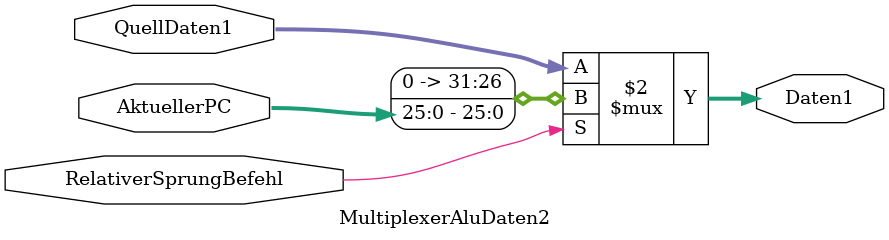
<source format=v>
module MultiplexerAluDaten2 (
    input [25:0] AktuellerPC,
    input [31:0] QuellDaten1,
    input RelativerSprungBefehl,
    output [31:0] Daten1
);

 assign Daten1 = (RelativerSprungBefehl==1'b1)? {6'b0,AktuellerPC}:
                    QuellDaten1;

endmodule
</source>
